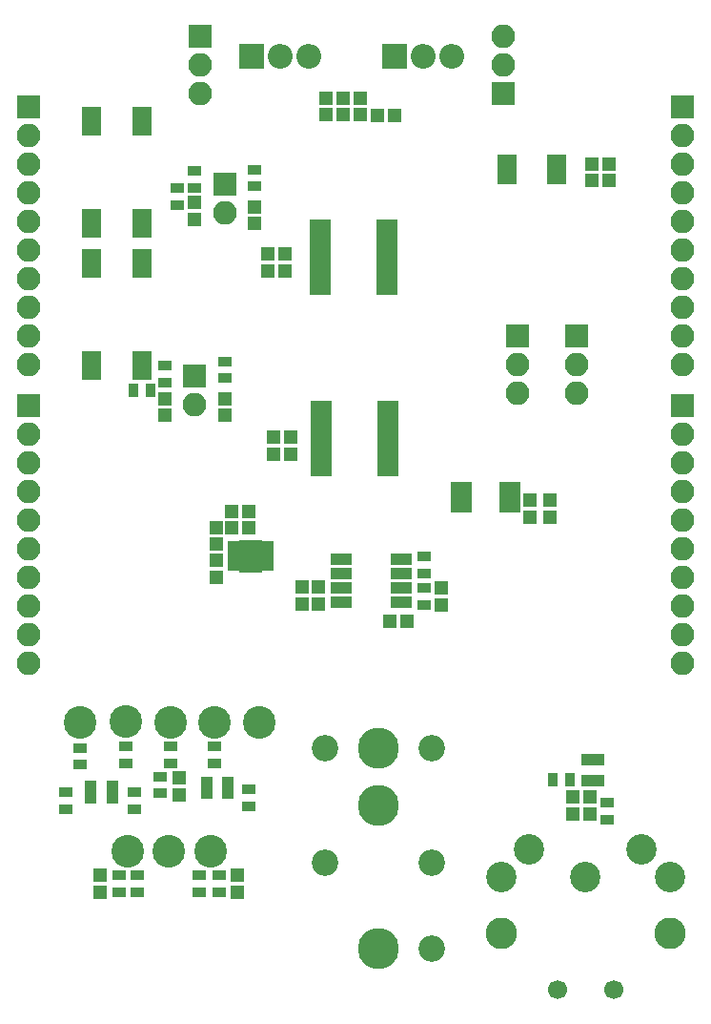
<source format=gts>
G04 #@! TF.FileFunction,Soldermask,Top*
%FSLAX46Y46*%
G04 Gerber Fmt 4.6, Leading zero omitted, Abs format (unit mm)*
G04 Created by KiCad (PCBNEW 4.0.7) date 12/04/17 13:23:29*
%MOMM*%
%LPD*%
G01*
G04 APERTURE LIST*
%ADD10C,0.100000*%
%ADD11R,1.150000X1.200000*%
%ADD12R,1.200000X1.150000*%
%ADD13R,2.100000X2.100000*%
%ADD14O,2.100000X2.100000*%
%ADD15C,2.700000*%
%ADD16C,1.700000*%
%ADD17C,2.800000*%
%ADD18C,2.355800*%
%ADD19C,3.651200*%
%ADD20C,2.899360*%
%ADD21R,1.050000X0.800000*%
%ADD22R,1.300000X0.900000*%
%ADD23R,0.900000X1.300000*%
%ADD24R,1.800000X2.500000*%
%ADD25R,1.212800X0.704800*%
%ADD26R,2.152600X2.889200*%
%ADD27R,1.800000X0.700000*%
%ADD28R,1.822400X0.679400*%
%ADD29R,1.850000X0.850000*%
%ADD30R,0.800000X1.050000*%
%ADD31R,1.950000X1.000000*%
%ADD32R,2.200000X2.200000*%
%ADD33O,2.200000X2.200000*%
G04 APERTURE END LIST*
D10*
D11*
X150622000Y-72251000D03*
X150622000Y-70751000D03*
X153670000Y-72251000D03*
X153670000Y-70751000D03*
X152146000Y-72251000D03*
X152146000Y-70751000D03*
D12*
X155206000Y-72263000D03*
X156706000Y-72263000D03*
X143752000Y-108839000D03*
X142252000Y-108839000D03*
X143752000Y-107442000D03*
X142252000Y-107442000D03*
D11*
X140843000Y-113272000D03*
X140843000Y-111772000D03*
X140843000Y-108851000D03*
X140843000Y-110351000D03*
X174244000Y-76593000D03*
X174244000Y-78093000D03*
X175768000Y-76593000D03*
X175768000Y-78093000D03*
X168719500Y-106438000D03*
X168719500Y-107938000D03*
X170497500Y-106438000D03*
X170497500Y-107938000D03*
X138938000Y-81522000D03*
X138938000Y-80022000D03*
X144272000Y-80403000D03*
X144272000Y-81903000D03*
X145415000Y-86094000D03*
X145415000Y-84594000D03*
X146939000Y-86094000D03*
X146939000Y-84594000D03*
X136271000Y-98921000D03*
X136271000Y-97421000D03*
X141605000Y-97421000D03*
X141605000Y-98921000D03*
X147447000Y-102350000D03*
X147447000Y-100850000D03*
X145923000Y-102350000D03*
X145923000Y-100850000D03*
X130556000Y-139712000D03*
X130556000Y-141212000D03*
X137541000Y-132576000D03*
X137541000Y-131076000D03*
X142748000Y-139712000D03*
X142748000Y-141212000D03*
X160845500Y-115748500D03*
X160845500Y-114248500D03*
X149923500Y-115621500D03*
X149923500Y-114121500D03*
X148526500Y-114121500D03*
X148526500Y-115621500D03*
D12*
X157785500Y-117157500D03*
X156285500Y-117157500D03*
D13*
X139446000Y-65278000D03*
D14*
X139446000Y-67818000D03*
X139446000Y-70358000D03*
D13*
X166370000Y-70358000D03*
D14*
X166370000Y-67818000D03*
X166370000Y-65278000D03*
D13*
X167640000Y-91821000D03*
D14*
X167640000Y-94361000D03*
X167640000Y-96901000D03*
D13*
X172847000Y-91821000D03*
D14*
X172847000Y-94361000D03*
X172847000Y-96901000D03*
D13*
X141605000Y-78359000D03*
D14*
X141605000Y-80899000D03*
D13*
X124206000Y-71501000D03*
D14*
X124206000Y-74041000D03*
X124206000Y-76581000D03*
X124206000Y-79121000D03*
X124206000Y-81661000D03*
X124206000Y-84201000D03*
X124206000Y-86741000D03*
X124206000Y-89281000D03*
X124206000Y-91821000D03*
X124206000Y-94361000D03*
D13*
X182245000Y-71501000D03*
D14*
X182245000Y-74041000D03*
X182245000Y-76581000D03*
X182245000Y-79121000D03*
X182245000Y-81661000D03*
X182245000Y-84201000D03*
X182245000Y-86741000D03*
X182245000Y-89281000D03*
X182245000Y-91821000D03*
X182245000Y-94361000D03*
D13*
X138938000Y-95377000D03*
D14*
X138938000Y-97917000D03*
D13*
X124206000Y-98044000D03*
D14*
X124206000Y-100584000D03*
X124206000Y-103124000D03*
X124206000Y-105664000D03*
X124206000Y-108204000D03*
X124206000Y-110744000D03*
X124206000Y-113284000D03*
X124206000Y-115824000D03*
X124206000Y-118364000D03*
X124206000Y-120904000D03*
D13*
X182245000Y-98044000D03*
D14*
X182245000Y-100584000D03*
X182245000Y-103124000D03*
X182245000Y-105664000D03*
X182245000Y-108204000D03*
X182245000Y-110744000D03*
X182245000Y-113284000D03*
X182245000Y-115824000D03*
X182245000Y-118364000D03*
X182245000Y-120904000D03*
D15*
X173672500Y-139890500D03*
X181172500Y-139890500D03*
X166172500Y-139890500D03*
X178672500Y-137390500D03*
X168672500Y-137390500D03*
D16*
X176172500Y-149890500D03*
X171172500Y-149890500D03*
D17*
X181172500Y-144890500D03*
X166172500Y-144890500D03*
D18*
X160007300Y-146240500D03*
X150507300Y-138620500D03*
X160007300Y-138620500D03*
X150507700Y-128460500D03*
D19*
X155257500Y-128460500D03*
X155257500Y-146240500D03*
X155257500Y-133540500D03*
D18*
X160007300Y-128460500D03*
D20*
X128778000Y-126111000D03*
X132969000Y-137541000D03*
X132812286Y-126105000D03*
X136652000Y-137541000D03*
X136779000Y-126111000D03*
X140335000Y-137541000D03*
X140716000Y-126111000D03*
X144653000Y-126111000D03*
D21*
X129733000Y-131684000D03*
X129733000Y-132984000D03*
X131633000Y-132334000D03*
X129733000Y-132334000D03*
X131633000Y-132984000D03*
X131633000Y-131684000D03*
X141920000Y-132603000D03*
X141920000Y-131303000D03*
X140020000Y-131953000D03*
X141920000Y-131953000D03*
X140020000Y-131303000D03*
X140020000Y-132603000D03*
D22*
X137414000Y-78752000D03*
X137414000Y-80252000D03*
X138938000Y-77228000D03*
X138938000Y-78728000D03*
X144272000Y-78601000D03*
X144272000Y-77101000D03*
D23*
X134989000Y-96647000D03*
X133489000Y-96647000D03*
D22*
X136271000Y-94500000D03*
X136271000Y-96000000D03*
X141605000Y-95619000D03*
X141605000Y-94119000D03*
D23*
X170763500Y-131254500D03*
X172263500Y-131254500D03*
D22*
X175577500Y-133298500D03*
X175577500Y-134798500D03*
X128778000Y-128409000D03*
X128778000Y-129909000D03*
X127462000Y-132346000D03*
X127462000Y-133846000D03*
X132207000Y-139712000D03*
X132207000Y-141212000D03*
X132842000Y-128282000D03*
X132842000Y-129782000D03*
X133858000Y-141212000D03*
X133858000Y-139712000D03*
X133604000Y-132346000D03*
X133604000Y-133846000D03*
X135890000Y-130949000D03*
X135890000Y-132449000D03*
X136779000Y-128282000D03*
X136779000Y-129782000D03*
X139319000Y-139712000D03*
X139319000Y-141212000D03*
X140716000Y-128282000D03*
X140716000Y-129782000D03*
X141097000Y-141212000D03*
X141097000Y-139712000D03*
X143764000Y-132092000D03*
X143764000Y-133592000D03*
X159321500Y-115748500D03*
X159321500Y-114248500D03*
X159321500Y-112954500D03*
X159321500Y-111454500D03*
D24*
X134239000Y-72771000D03*
X134239000Y-81871000D03*
X129739000Y-72771000D03*
X129739000Y-81871000D03*
X129794000Y-94488000D03*
X129794000Y-85388000D03*
X134294000Y-94488000D03*
X134294000Y-85388000D03*
D25*
X142443200Y-110378999D03*
X142443200Y-110879001D03*
X142443200Y-111379000D03*
X142443200Y-111878999D03*
X142443200Y-112379001D03*
X145338800Y-112379001D03*
X145338800Y-111878999D03*
X145338800Y-111379000D03*
X145338800Y-110879001D03*
X145338800Y-110378999D03*
D26*
X143891000Y-111379000D03*
D27*
X171110000Y-78089000D03*
X171110000Y-77589000D03*
X171110000Y-77089000D03*
X171110000Y-76589000D03*
X171110000Y-76089000D03*
X166710000Y-76089000D03*
X166710000Y-76589000D03*
X166710000Y-77089000D03*
X166710000Y-77589000D03*
X166710000Y-78089000D03*
D28*
X162627990Y-105152200D03*
X162627990Y-105652202D03*
X162627990Y-106152201D03*
X162627990Y-106652200D03*
X162627990Y-107152202D03*
X166971390Y-107152202D03*
X166971390Y-106652200D03*
X166971390Y-106152201D03*
X166971390Y-105652202D03*
X166971390Y-105152200D03*
D29*
X150085000Y-81911000D03*
X150085000Y-82561000D03*
X150085000Y-83211000D03*
X150085000Y-83861000D03*
X150085000Y-84511000D03*
X150085000Y-85161000D03*
X150085000Y-85811000D03*
X150085000Y-86461000D03*
X150085000Y-87111000D03*
X150085000Y-87761000D03*
X155985000Y-87761000D03*
X155985000Y-87111000D03*
X155985000Y-86461000D03*
X155985000Y-85811000D03*
X155985000Y-85161000D03*
X155985000Y-84511000D03*
X155985000Y-83861000D03*
X155985000Y-83211000D03*
X155985000Y-82561000D03*
X155985000Y-81911000D03*
X150212000Y-98040000D03*
X150212000Y-98690000D03*
X150212000Y-99340000D03*
X150212000Y-99990000D03*
X150212000Y-100640000D03*
X150212000Y-101290000D03*
X150212000Y-101940000D03*
X150212000Y-102590000D03*
X150212000Y-103240000D03*
X150212000Y-103890000D03*
X156112000Y-103890000D03*
X156112000Y-103240000D03*
X156112000Y-102590000D03*
X156112000Y-101940000D03*
X156112000Y-101290000D03*
X156112000Y-100640000D03*
X156112000Y-99990000D03*
X156112000Y-99340000D03*
X156112000Y-98690000D03*
X156112000Y-98040000D03*
D30*
X174957500Y-129415500D03*
X173657500Y-129415500D03*
X174307500Y-131315500D03*
X174307500Y-129415500D03*
X173657500Y-131315500D03*
X174957500Y-131315500D03*
D31*
X157322500Y-115506500D03*
X157322500Y-114236500D03*
X157322500Y-112966500D03*
X157322500Y-111696500D03*
X151922500Y-111696500D03*
X151922500Y-112966500D03*
X151922500Y-114236500D03*
X151922500Y-115506500D03*
D12*
X172541500Y-134302500D03*
X174041500Y-134302500D03*
X172541500Y-132778500D03*
X174041500Y-132778500D03*
D32*
X144018000Y-67056000D03*
D33*
X146558000Y-67056000D03*
X149098000Y-67056000D03*
D32*
X156718000Y-67056000D03*
D33*
X159258000Y-67056000D03*
X161798000Y-67056000D03*
M02*

</source>
